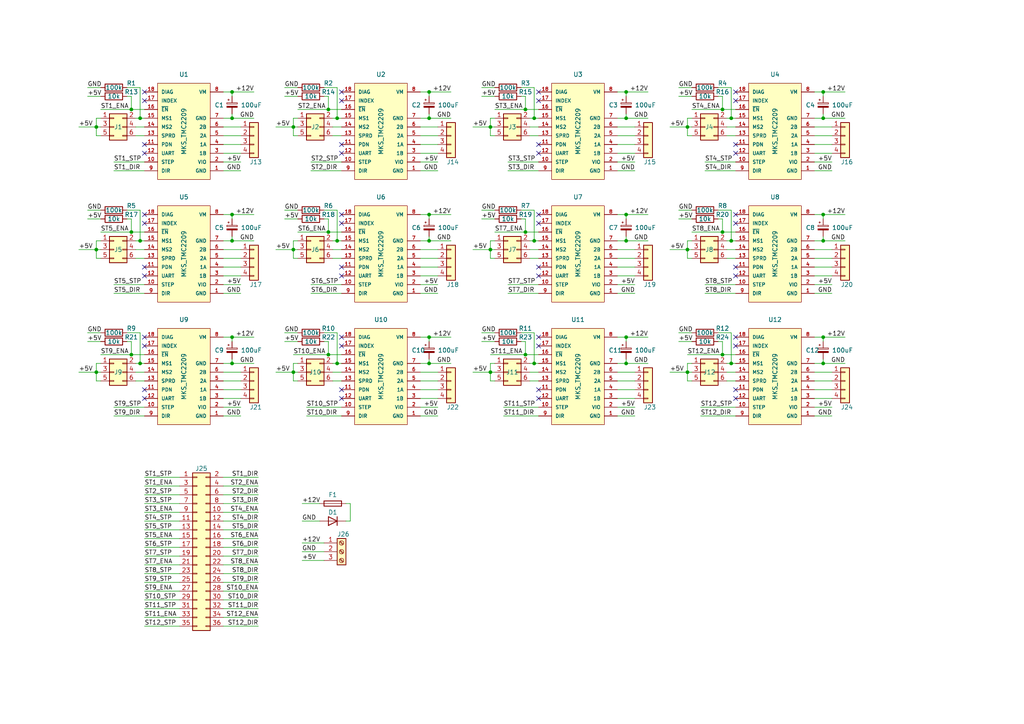
<source format=kicad_sch>
(kicad_sch (version 20231120) (generator "eeschema") (generator_version "8.0")
  (paper "A4")
  (junction (at 67.31 62.23))
  (junction (at 67.31 69.85))
  (junction (at 238.76 34.29))
  (junction (at 95.25 31.75))
  (junction (at 38.1 102.87))
  (junction (at 124.46 105.41))
  (junction (at 209.55 67.31))
  (junction (at 212.09 34.29))
  (junction (at 97.79 105.41))
  (junction (at 142.24 107.95))
  (junction (at 67.31 105.41))
  (junction (at 199.39 72.39))
  (junction (at 95.25 67.31))
  (junction (at 40.64 34.29))
  (junction (at 152.4 102.87))
  (junction (at 154.94 69.85))
  (junction (at 212.09 105.41))
  (junction (at 124.46 26.67))
  (junction (at 199.39 107.95))
  (junction (at 67.31 26.67))
  (junction (at 238.76 105.41))
  (junction (at 212.09 69.85))
  (junction (at 40.64 105.41))
  (junction (at 124.46 34.29))
  (junction (at 95.25 102.87))
  (junction (at 199.39 36.83))
  (junction (at 38.1 67.31))
  (junction (at 209.55 102.87))
  (junction (at 142.24 36.83))
  (junction (at 27.94 72.39))
  (junction (at 85.09 72.39))
  (junction (at 181.61 69.85))
  (junction (at 238.76 62.23))
  (junction (at 67.31 97.79))
  (junction (at 154.94 34.29))
  (junction (at 181.61 105.41))
  (junction (at 38.1 31.75))
  (junction (at 124.46 62.23))
  (junction (at 181.61 97.79))
  (junction (at 124.46 69.85))
  (junction (at 124.46 97.79))
  (junction (at 97.79 34.29))
  (junction (at 238.76 69.85))
  (junction (at 181.61 34.29))
  (junction (at 85.09 107.95))
  (junction (at 238.76 26.67))
  (junction (at 40.64 69.85))
  (junction (at 85.09 36.83))
  (junction (at 181.61 62.23))
  (junction (at 97.79 69.85))
  (junction (at 209.55 31.75))
  (junction (at 238.76 97.79))
  (junction (at 152.4 31.75))
  (junction (at 181.61 26.67))
  (junction (at 152.4 67.31))
  (junction (at 27.94 107.95))
  (junction (at 27.94 36.83))
  (junction (at 154.94 105.41))
  (junction (at 67.31 34.29))
  (junction (at 142.24 72.39))
  (no_connect (at 41.91 100.33))
  (no_connect (at 99.06 115.57))
  (no_connect (at 41.91 26.67))
  (no_connect (at 41.91 41.91))
  (no_connect (at 41.91 62.23))
  (no_connect (at 99.06 113.03))
  (no_connect (at 99.06 100.33))
  (no_connect (at 99.06 64.77))
  (no_connect (at 156.21 100.33))
  (no_connect (at 156.21 113.03))
  (no_connect (at 213.36 41.91))
  (no_connect (at 213.36 100.33))
  (no_connect (at 99.06 26.67))
  (no_connect (at 41.91 115.57))
  (no_connect (at 99.06 62.23))
  (no_connect (at 213.36 44.45))
  (no_connect (at 213.36 77.47))
  (no_connect (at 213.36 80.01))
  (no_connect (at 99.06 77.47))
  (no_connect (at 156.21 64.77))
  (no_connect (at 156.21 26.67))
  (no_connect (at 99.06 41.91))
  (no_connect (at 41.91 77.47))
  (no_connect (at 156.21 41.91))
  (no_connect (at 213.36 97.79))
  (no_connect (at 156.21 80.01))
  (no_connect (at 213.36 64.77))
  (no_connect (at 41.91 44.45))
  (no_connect (at 156.21 77.47))
  (no_connect (at 213.36 115.57))
  (no_connect (at 213.36 62.23))
  (no_connect (at 156.21 44.45))
  (no_connect (at 41.91 97.79))
  (no_connect (at 213.36 26.67))
  (no_connect (at 41.91 64.77))
  (no_connect (at 99.06 80.01))
  (no_connect (at 41.91 113.03))
  (no_connect (at 213.36 29.21))
  (no_connect (at 156.21 62.23))
  (no_connect (at 41.91 29.21))
  (no_connect (at 99.06 44.45))
  (no_connect (at 156.21 115.57))
  (no_connect (at 41.91 80.01))
  (no_connect (at 213.36 113.03))
  (no_connect (at 156.21 29.21))
  (no_connect (at 99.06 97.79))
  (no_connect (at 99.06 29.21))
  (no_connect (at 156.21 97.79))
  (wire (pts (xy 210.82 72.39) (xy 213.36 72.39)))
  (wire (pts (xy 33.02 118.11) (xy 41.91 118.11)))
  (wire (pts (xy 238.76 62.23) (xy 245.11 62.23)))
  (wire (pts (xy 179.07 69.85) (xy 181.61 69.85)))
  (wire (pts (xy 196.85 96.52) (xy 200.66 96.52)))
  (wire (pts (xy 64.77 44.45) (xy 69.85 44.45)))
  (wire (pts (xy 96.52 39.37) (xy 99.06 39.37)))
  (wire (pts (xy 85.09 105.41) (xy 85.09 107.95)))
  (wire (pts (xy 212.09 34.29) (xy 213.36 34.29)))
  (wire (pts (xy 96.52 72.39) (xy 99.06 72.39)))
  (wire (pts (xy 88.9 118.11) (xy 99.06 118.11)))
  (wire (pts (xy 41.91 168.91) (xy 52.07 168.91)))
  (wire (pts (xy 142.24 39.37) (xy 143.51 39.37)))
  (wire (pts (xy 236.22 113.03) (xy 241.3 113.03)))
  (wire (pts (xy 143.51 105.41) (xy 142.24 105.41)))
  (wire (pts (xy 137.16 72.39) (xy 142.24 72.39)))
  (wire (pts (xy 121.92 62.23) (xy 124.46 62.23)))
  (wire (pts (xy 124.46 33.02) (xy 124.46 34.29)))
  (wire (pts (xy 212.09 25.4) (xy 212.09 34.29)))
  (wire (pts (xy 142.24 34.29) (xy 142.24 36.83)))
  (wire (pts (xy 236.22 39.37) (xy 241.3 39.37)))
  (wire (pts (xy 39.37 110.49) (xy 41.91 110.49)))
  (wire (pts (xy 85.09 102.87) (xy 95.25 102.87)))
  (wire (pts (xy 154.94 69.85) (xy 156.21 69.85)))
  (wire (pts (xy 40.64 105.41) (xy 41.91 105.41)))
  (wire (pts (xy 41.91 161.29) (xy 52.07 161.29)))
  (wire (pts (xy 124.46 34.29) (xy 130.81 34.29)))
  (wire (pts (xy 236.22 36.83) (xy 241.3 36.83)))
  (wire (pts (xy 121.92 77.47) (xy 127 77.47)))
  (wire (pts (xy 25.4 63.5) (xy 29.21 63.5)))
  (wire (pts (xy 27.94 72.39) (xy 29.21 72.39)))
  (wire (pts (xy 38.1 31.75) (xy 41.91 31.75)))
  (wire (pts (xy 39.37 34.29) (xy 40.64 34.29)))
  (wire (pts (xy 85.09 36.83) (xy 86.36 36.83)))
  (wire (pts (xy 82.55 63.5) (xy 86.36 63.5)))
  (wire (pts (xy 179.07 74.93) (xy 184.15 74.93)))
  (wire (pts (xy 199.39 102.87) (xy 209.55 102.87)))
  (wire (pts (xy 121.92 120.65) (xy 127 120.65)))
  (wire (pts (xy 200.66 34.29) (xy 199.39 34.29)))
  (wire (pts (xy 95.25 63.5) (xy 95.25 67.31)))
  (wire (pts (xy 236.22 80.01) (xy 241.3 80.01)))
  (wire (pts (xy 41.91 158.75) (xy 52.07 158.75)))
  (wire (pts (xy 29.21 34.29) (xy 27.94 34.29)))
  (wire (pts (xy 179.07 105.41) (xy 181.61 105.41)))
  (wire (pts (xy 87.63 160.02) (xy 93.98 160.02)))
  (wire (pts (xy 25.4 99.06) (xy 29.21 99.06)))
  (wire (pts (xy 153.67 74.93) (xy 156.21 74.93)))
  (wire (pts (xy 142.24 74.93) (xy 143.51 74.93)))
  (wire (pts (xy 152.4 31.75) (xy 156.21 31.75)))
  (wire (pts (xy 210.82 34.29) (xy 212.09 34.29)))
  (wire (pts (xy 121.92 69.85) (xy 124.46 69.85)))
  (wire (pts (xy 64.77 140.97) (xy 74.93 140.97)))
  (wire (pts (xy 199.39 72.39) (xy 199.39 74.93)))
  (wire (pts (xy 67.31 105.41) (xy 73.66 105.41)))
  (wire (pts (xy 212.09 60.96) (xy 212.09 69.85)))
  (wire (pts (xy 181.61 34.29) (xy 187.96 34.29)))
  (wire (pts (xy 38.1 67.31) (xy 41.91 67.31)))
  (wire (pts (xy 41.91 179.07) (xy 52.07 179.07)))
  (wire (pts (xy 179.07 115.57) (xy 184.15 115.57)))
  (wire (pts (xy 97.79 25.4) (xy 97.79 34.29)))
  (wire (pts (xy 209.55 102.87) (xy 213.36 102.87)))
  (wire (pts (xy 67.31 33.02) (xy 67.31 34.29)))
  (wire (pts (xy 64.77 161.29) (xy 74.93 161.29)))
  (wire (pts (xy 90.17 49.53) (xy 99.06 49.53)))
  (wire (pts (xy 29.21 102.87) (xy 38.1 102.87)))
  (wire (pts (xy 204.47 82.55) (xy 213.36 82.55)))
  (wire (pts (xy 67.31 104.14) (xy 67.31 105.41)))
  (wire (pts (xy 124.46 63.5) (xy 124.46 62.23)))
  (wire (pts (xy 36.83 60.96) (xy 40.64 60.96)))
  (wire (pts (xy 41.91 163.83) (xy 52.07 163.83)))
  (wire (pts (xy 64.77 115.57) (xy 69.85 115.57)))
  (wire (pts (xy 67.31 27.94) (xy 67.31 26.67)))
  (wire (pts (xy 147.32 46.99) (xy 156.21 46.99)))
  (wire (pts (xy 86.36 69.85) (xy 85.09 69.85)))
  (wire (pts (xy 41.91 153.67) (xy 52.07 153.67)))
  (wire (pts (xy 64.77 110.49) (xy 69.85 110.49)))
  (wire (pts (xy 179.07 107.95) (xy 184.15 107.95)))
  (wire (pts (xy 179.07 77.47) (xy 184.15 77.47)))
  (wire (pts (xy 121.92 72.39) (xy 127 72.39)))
  (wire (pts (xy 67.31 26.67) (xy 73.66 26.67)))
  (wire (pts (xy 196.85 99.06) (xy 200.66 99.06)))
  (wire (pts (xy 93.98 63.5) (xy 95.25 63.5)))
  (wire (pts (xy 64.77 148.59) (xy 74.93 148.59)))
  (wire (pts (xy 40.64 25.4) (xy 40.64 34.29)))
  (wire (pts (xy 64.77 41.91) (xy 69.85 41.91)))
  (wire (pts (xy 22.86 36.83) (xy 27.94 36.83)))
  (wire (pts (xy 151.13 96.52) (xy 154.94 96.52)))
  (wire (pts (xy 236.22 26.67) (xy 238.76 26.67)))
  (wire (pts (xy 33.02 49.53) (xy 41.91 49.53)))
  (wire (pts (xy 236.22 72.39) (xy 241.3 72.39)))
  (wire (pts (xy 236.22 118.11) (xy 241.3 118.11)))
  (wire (pts (xy 181.61 26.67) (xy 187.96 26.67)))
  (wire (pts (xy 93.98 99.06) (xy 95.25 99.06)))
  (wire (pts (xy 139.7 60.96) (xy 143.51 60.96)))
  (wire (pts (xy 64.77 82.55) (xy 69.85 82.55)))
  (wire (pts (xy 80.01 72.39) (xy 85.09 72.39)))
  (wire (pts (xy 124.46 99.06) (xy 124.46 97.79)))
  (wire (pts (xy 121.92 46.99) (xy 127 46.99)))
  (wire (pts (xy 80.01 36.83) (xy 85.09 36.83)))
  (wire (pts (xy 200.66 31.75) (xy 209.55 31.75)))
  (wire (pts (xy 41.91 151.13) (xy 52.07 151.13)))
  (wire (pts (xy 96.52 34.29) (xy 97.79 34.29)))
  (wire (pts (xy 181.61 63.5) (xy 181.61 62.23)))
  (wire (pts (xy 87.63 162.56) (xy 93.98 162.56)))
  (wire (pts (xy 142.24 36.83) (xy 143.51 36.83)))
  (wire (pts (xy 64.77 49.53) (xy 69.85 49.53)))
  (wire (pts (xy 181.61 104.14) (xy 181.61 105.41)))
  (wire (pts (xy 194.31 72.39) (xy 199.39 72.39)))
  (wire (pts (xy 236.22 34.29) (xy 238.76 34.29)))
  (wire (pts (xy 82.55 27.94) (xy 86.36 27.94)))
  (wire (pts (xy 64.77 171.45) (xy 74.93 171.45)))
  (wire (pts (xy 121.92 82.55) (xy 127 82.55)))
  (wire (pts (xy 88.9 120.65) (xy 99.06 120.65)))
  (wire (pts (xy 64.77 176.53) (xy 74.93 176.53)))
  (wire (pts (xy 209.55 31.75) (xy 213.36 31.75)))
  (wire (pts (xy 179.07 110.49) (xy 184.15 110.49)))
  (wire (pts (xy 199.39 69.85) (xy 199.39 72.39)))
  (wire (pts (xy 139.7 27.94) (xy 143.51 27.94)))
  (wire (pts (xy 146.05 118.11) (xy 156.21 118.11)))
  (wire (pts (xy 212.09 105.41) (xy 213.36 105.41)))
  (wire (pts (xy 29.21 105.41) (xy 27.94 105.41)))
  (wire (pts (xy 85.09 107.95) (xy 85.09 110.49)))
  (wire (pts (xy 151.13 27.94) (xy 152.4 27.94)))
  (wire (pts (xy 29.21 67.31) (xy 38.1 67.31)))
  (wire (pts (xy 41.91 176.53) (xy 52.07 176.53)))
  (wire (pts (xy 97.79 69.85) (xy 99.06 69.85)))
  (wire (pts (xy 153.67 36.83) (xy 156.21 36.83)))
  (wire (pts (xy 153.67 39.37) (xy 156.21 39.37)))
  (wire (pts (xy 27.94 36.83) (xy 27.94 39.37)))
  (wire (pts (xy 64.77 36.83) (xy 69.85 36.83)))
  (wire (pts (xy 67.31 69.85) (xy 73.66 69.85)))
  (wire (pts (xy 181.61 33.02) (xy 181.61 34.29)))
  (wire (pts (xy 93.98 96.52) (xy 97.79 96.52)))
  (wire (pts (xy 179.07 36.83) (xy 184.15 36.83)))
  (wire (pts (xy 146.05 120.65) (xy 156.21 120.65)))
  (wire (pts (xy 121.92 41.91) (xy 127 41.91)))
  (wire (pts (xy 236.22 85.09) (xy 241.3 85.09)))
  (wire (pts (xy 236.22 97.79) (xy 238.76 97.79)))
  (wire (pts (xy 151.13 99.06) (xy 152.4 99.06)))
  (wire (pts (xy 238.76 33.02) (xy 238.76 34.29)))
  (wire (pts (xy 25.4 96.52) (xy 29.21 96.52)))
  (wire (pts (xy 25.4 27.94) (xy 29.21 27.94)))
  (wire (pts (xy 209.55 67.31) (xy 213.36 67.31)))
  (wire (pts (xy 82.55 99.06) (xy 86.36 99.06)))
  (wire (pts (xy 96.52 105.41) (xy 97.79 105.41)))
  (wire (pts (xy 64.77 113.03) (xy 69.85 113.03)))
  (wire (pts (xy 64.77 156.21) (xy 74.93 156.21)))
  (wire (pts (xy 142.24 105.41) (xy 142.24 107.95)))
  (wire (pts (xy 67.31 34.29) (xy 73.66 34.29)))
  (wire (pts (xy 139.7 63.5) (xy 143.51 63.5)))
  (wire (pts (xy 204.47 49.53) (xy 213.36 49.53)))
  (wire (pts (xy 67.31 99.06) (xy 67.31 97.79)))
  (wire (pts (xy 41.91 140.97) (xy 52.07 140.97)))
  (wire (pts (xy 96.52 107.95) (xy 99.06 107.95)))
  (wire (pts (xy 199.39 34.29) (xy 199.39 36.83)))
  (wire (pts (xy 210.82 69.85) (xy 212.09 69.85)))
  (wire (pts (xy 153.67 69.85) (xy 154.94 69.85)))
  (wire (pts (xy 41.91 156.21) (xy 52.07 156.21)))
  (wire (pts (xy 199.39 72.39) (xy 200.66 72.39)))
  (wire (pts (xy 64.77 80.01) (xy 69.85 80.01)))
  (wire (pts (xy 97.79 34.29) (xy 99.06 34.29)))
  (wire (pts (xy 236.22 46.99) (xy 241.3 46.99)))
  (wire (pts (xy 236.22 110.49) (xy 241.3 110.49)))
  (wire (pts (xy 124.46 104.14) (xy 124.46 105.41)))
  (wire (pts (xy 121.92 107.95) (xy 127 107.95)))
  (wire (pts (xy 124.46 26.67) (xy 130.81 26.67)))
  (wire (pts (xy 97.79 60.96) (xy 97.79 69.85)))
  (wire (pts (xy 139.7 25.4) (xy 143.51 25.4)))
  (wire (pts (xy 29.21 69.85) (xy 27.94 69.85)))
  (wire (pts (xy 64.77 97.79) (xy 67.31 97.79)))
  (wire (pts (xy 64.77 105.41) (xy 67.31 105.41)))
  (wire (pts (xy 97.79 96.52) (xy 97.79 105.41)))
  (wire (pts (xy 238.76 69.85) (xy 245.11 69.85)))
  (wire (pts (xy 82.55 96.52) (xy 86.36 96.52)))
  (wire (pts (xy 95.25 31.75) (xy 99.06 31.75)))
  (wire (pts (xy 121.92 44.45) (xy 127 44.45)))
  (wire (pts (xy 212.09 69.85) (xy 213.36 69.85)))
  (wire (pts (xy 124.46 68.58) (xy 124.46 69.85)))
  (wire (pts (xy 179.07 80.01) (xy 184.15 80.01)))
  (wire (pts (xy 27.94 105.41) (xy 27.94 107.95)))
  (wire (pts (xy 139.7 96.52) (xy 143.51 96.52)))
  (wire (pts (xy 137.16 36.83) (xy 142.24 36.83)))
  (wire (pts (xy 41.91 166.37) (xy 52.07 166.37)))
  (wire (pts (xy 39.37 107.95) (xy 41.91 107.95)))
  (wire (pts (xy 194.31 36.83) (xy 199.39 36.83)))
  (wire (pts (xy 85.09 34.29) (xy 85.09 36.83)))
  (wire (pts (xy 142.24 69.85) (xy 142.24 72.39)))
  (wire (pts (xy 27.94 74.93) (xy 29.21 74.93)))
  (wire (pts (xy 203.2 120.65) (xy 213.36 120.65)))
  (wire (pts (xy 121.92 115.57) (xy 127 115.57)))
  (wire (pts (xy 121.92 39.37) (xy 127 39.37)))
  (wire (pts (xy 33.02 46.99) (xy 41.91 46.99)))
  (wire (pts (xy 196.85 63.5) (xy 200.66 63.5)))
  (wire (pts (xy 39.37 69.85) (xy 40.64 69.85)))
  (wire (pts (xy 210.82 36.83) (xy 213.36 36.83)))
  (wire (pts (xy 142.24 107.95) (xy 143.51 107.95)))
  (wire (pts (xy 39.37 105.41) (xy 40.64 105.41)))
  (wire (pts (xy 27.94 34.29) (xy 27.94 36.83)))
  (wire (pts (xy 236.22 105.41) (xy 238.76 105.41)))
  (wire (pts (xy 64.77 72.39) (xy 69.85 72.39)))
  (wire (pts (xy 179.07 41.91) (xy 184.15 41.91)))
  (wire (pts (xy 64.77 34.29) (xy 67.31 34.29)))
  (wire (pts (xy 80.01 107.95) (xy 85.09 107.95)))
  (wire (pts (xy 208.28 60.96) (xy 212.09 60.96)))
  (wire (pts (xy 200.66 67.31) (xy 209.55 67.31)))
  (wire (pts (xy 152.4 27.94) (xy 152.4 31.75)))
  (wire (pts (xy 236.22 77.47) (xy 241.3 77.47)))
  (wire (pts (xy 27.94 72.39) (xy 27.94 74.93)))
  (wire (pts (xy 209.55 99.06) (xy 209.55 102.87)))
  (wire (pts (xy 93.98 27.94) (xy 95.25 27.94)))
  (wire (pts (xy 67.31 63.5) (xy 67.31 62.23)))
  (wire (pts (xy 82.55 60.96) (xy 86.36 60.96)))
  (wire (pts (xy 27.94 110.49) (xy 29.21 110.49)))
  (wire (pts (xy 137.16 107.95) (xy 142.24 107.95)))
  (wire (pts (xy 151.13 25.4) (xy 154.94 25.4)))
  (wire (pts (xy 121.92 85.09) (xy 127 85.09)))
  (wire (pts (xy 179.07 46.99) (xy 184.15 46.99)))
  (wire (pts (xy 208.28 99.06) (xy 209.55 99.06)))
  (wire (pts (xy 179.07 34.29) (xy 181.61 34.29)))
  (wire (pts (xy 64.77 146.05) (xy 74.93 146.05)))
  (wire (pts (xy 85.09 72.39) (xy 85.09 74.93)))
  (wire (pts (xy 85.09 110.49) (xy 86.36 110.49)))
  (wire (pts (xy 179.07 82.55) (xy 184.15 82.55)))
  (wire (pts (xy 209.55 63.5) (xy 209.55 67.31)))
  (wire (pts (xy 38.1 63.5) (xy 38.1 67.31)))
  (wire (pts (xy 40.64 60.96) (xy 40.64 69.85)))
  (wire (pts (xy 64.77 107.95) (xy 69.85 107.95)))
  (wire (pts (xy 153.67 34.29) (xy 154.94 34.29)))
  (wire (pts (xy 85.09 107.95) (xy 86.36 107.95)))
  (wire (pts (xy 200.66 69.85) (xy 199.39 69.85)))
  (wire (pts (xy 85.09 74.93) (xy 86.36 74.93)))
  (wire (pts (xy 196.85 25.4) (xy 200.66 25.4)))
  (wire (pts (xy 238.76 26.67) (xy 245.11 26.67)))
  (wire (pts (xy 64.77 166.37) (xy 74.93 166.37)))
  (wire (pts (xy 121.92 113.03) (xy 127 113.03)))
  (wire (pts (xy 238.76 105.41) (xy 245.11 105.41)))
  (wire (pts (xy 147.32 82.55) (xy 156.21 82.55)))
  (wire (pts (xy 85.09 69.85) (xy 85.09 72.39)))
  (wire (pts (xy 39.37 72.39) (xy 41.91 72.39)))
  (wire (pts (xy 153.67 110.49) (xy 156.21 110.49)))
  (wire (pts (xy 238.76 27.94) (xy 238.76 26.67)))
  (wire (pts (xy 143.51 67.31) (xy 152.4 67.31)))
  (wire (pts (xy 142.24 107.95) (xy 142.24 110.49)))
  (wire (pts (xy 210.82 39.37) (xy 213.36 39.37)))
  (wire (pts (xy 64.77 138.43) (xy 74.93 138.43)))
  (wire (pts (xy 154.94 96.52) (xy 154.94 105.41)))
  (wire (pts (xy 38.1 27.94) (xy 38.1 31.75)))
  (wire (pts (xy 39.37 74.93) (xy 41.91 74.93)))
  (wire (pts (xy 85.09 39.37) (xy 86.36 39.37)))
  (wire (pts (xy 39.37 36.83) (xy 41.91 36.83)))
  (wire (pts (xy 22.86 107.95) (xy 27.94 107.95)))
  (wire (pts (xy 100.33 151.13) (xy 101.6 151.13)))
  (wire (pts (xy 179.07 97.79) (xy 181.61 97.79)))
  (wire (pts (xy 27.94 107.95) (xy 29.21 107.95)))
  (wire (pts (xy 121.92 118.11) (xy 127 118.11)))
  (wire (pts (xy 95.25 102.87) (xy 99.06 102.87)))
  (wire (pts (xy 153.67 107.95) (xy 156.21 107.95)))
  (wire (pts (xy 143.51 31.75) (xy 152.4 31.75)))
  (wire (pts (xy 142.24 102.87) (xy 152.4 102.87)))
  (wire (pts (xy 67.31 68.58) (xy 67.31 69.85)))
  (wire (pts (xy 97.79 105.41) (xy 99.06 105.41)))
  (wire (pts (xy 204.47 46.99) (xy 213.36 46.99)))
  (wire (pts (xy 87.63 157.48) (xy 93.98 157.48)))
  (wire (pts (xy 121.92 36.83) (xy 127 36.83)))
  (wire (pts (xy 95.25 27.94) (xy 95.25 31.75)))
  (wire (pts (xy 29.21 31.75) (xy 38.1 31.75)))
  (wire (pts (xy 95.25 67.31) (xy 99.06 67.31)))
  (wire (pts (xy 64.77 179.07) (xy 74.93 179.07)))
  (wire (pts (xy 236.22 107.95) (xy 241.3 107.95)))
  (wire (pts (xy 179.07 113.03) (xy 184.15 113.03)))
  (wire (pts (xy 121.92 97.79) (xy 124.46 97.79)))
  (wire (pts (xy 181.61 69.85) (xy 187.96 69.85)))
  (wire (pts (xy 64.77 118.11) (xy 69.85 118.11)))
  (wire (pts (xy 212.09 96.52) (xy 212.09 105.41)))
  (wire (pts (xy 236.22 74.93) (xy 241.3 74.93)))
  (wire (pts (xy 41.91 173.99) (xy 52.07 173.99)))
  (wire (pts (xy 236.22 41.91) (xy 241.3 41.91)))
  (wire (pts (xy 143.51 69.85) (xy 142.24 69.85)))
  (wire (pts (xy 64.77 158.75) (xy 74.93 158.75)))
  (wire (pts (xy 67.31 62.23) (xy 73.66 62.23)))
  (wire (pts (xy 41.91 181.61) (xy 52.07 181.61)))
  (wire (pts (xy 36.83 99.06) (xy 38.1 99.06)))
  (wire (pts (xy 41.91 146.05) (xy 52.07 146.05)))
  (wire (pts (xy 208.28 63.5) (xy 209.55 63.5)))
  (wire (pts (xy 199.39 105.41) (xy 199.39 107.95)))
  (wire (pts (xy 199.39 39.37) (xy 200.66 39.37)))
  (wire (pts (xy 38.1 99.06) (xy 38.1 102.87)))
  (wire (pts (xy 209.55 27.94) (xy 209.55 31.75)))
  (wire (pts (xy 238.76 97.79) (xy 245.11 97.79)))
  (wire (pts (xy 36.83 25.4) (xy 40.64 25.4)))
  (wire (pts (xy 38.1 102.87) (xy 41.91 102.87)))
  (wire (pts (xy 27.94 107.95) (xy 27.94 110.49)))
  (wire (pts (xy 96.52 74.93) (xy 99.06 74.93)))
  (wire (pts (xy 33.02 120.65) (xy 41.91 120.65)))
  (wire (pts (xy 121.92 80.01) (xy 127 80.01)))
  (wire (pts (xy 199.39 74.93) (xy 200.66 74.93)))
  (wire (pts (xy 64.77 153.67) (xy 74.93 153.67)))
  (wire (pts (xy 208.28 96.52) (xy 212.09 96.52)))
  (wire (pts (xy 64.77 46.99) (xy 69.85 46.99)))
  (wire (pts (xy 124.46 27.94) (xy 124.46 26.67)))
  (wire (pts (xy 41.91 171.45) (xy 52.07 171.45)))
  (wire (pts (xy 64.77 173.99) (xy 74.93 173.99)))
  (wire (pts (xy 40.64 69.85) (xy 41.91 69.85)))
  (wire (pts (xy 27.94 69.85) (xy 27.94 72.39)))
  (wire (pts (xy 179.07 39.37) (xy 184.15 39.37)))
  (wire (pts (xy 238.76 104.14) (xy 238.76 105.41)))
  (wire (pts (xy 86.36 34.29) (xy 85.09 34.29)))
  (wire (pts (xy 236.22 69.85) (xy 238.76 69.85)))
  (wire (pts (xy 179.07 44.45) (xy 184.15 44.45)))
  (wire (pts (xy 181.61 27.94) (xy 181.61 26.67)))
  (wire (pts (xy 181.61 105.41) (xy 187.96 105.41)))
  (wire (pts (xy 85.09 36.83) (xy 85.09 39.37)))
  (wire (pts (xy 181.61 62.23) (xy 187.96 62.23)))
  (wire (pts (xy 179.07 72.39) (xy 184.15 72.39)))
  (wire (pts (xy 64.77 163.83) (xy 74.93 163.83)))
  (wire (pts (xy 121.92 110.49) (xy 127 110.49)))
  (wire (pts (xy 124.46 69.85) (xy 130.81 69.85)))
  (wire (pts (xy 39.37 39.37) (xy 41.91 39.37)))
  (wire (pts (xy 179.07 62.23) (xy 181.61 62.23)))
  (wire (pts (xy 154.94 25.4) (xy 154.94 34.29)))
  (wire (pts (xy 208.28 27.94) (xy 209.55 27.94)))
  (wire (pts (xy 27.94 36.83) (xy 29.21 36.83)))
  (wire (pts (xy 36.83 63.5) (xy 38.1 63.5)))
  (wire (pts (xy 90.17 82.55) (xy 99.06 82.55)))
  (wire (pts (xy 199.39 107.95) (xy 200.66 107.95)))
  (wire (pts (xy 154.94 60.96) (xy 154.94 69.85)))
  (wire (pts (xy 236.22 120.65) (xy 241.3 120.65)))
  (wire (pts (xy 124.46 97.79) (xy 130.81 97.79)))
  (wire (pts (xy 142.24 36.83) (xy 142.24 39.37)))
  (wire (pts (xy 41.91 143.51) (xy 52.07 143.51)))
  (wire (pts (xy 181.61 99.06) (xy 181.61 97.79)))
  (wire (pts (xy 210.82 110.49) (xy 213.36 110.49)))
  (wire (pts (xy 147.32 49.53) (xy 156.21 49.53)))
  (wire (pts (xy 199.39 36.83) (xy 199.39 39.37)))
  (wire (pts (xy 152.4 63.5) (xy 152.4 67.31)))
  (wire (pts (xy 86.36 105.41) (xy 85.09 105.41)))
  (wire (pts (xy 208.28 25.4) (xy 212.09 25.4)))
  (wire (pts (xy 64.77 62.23) (xy 67.31 62.23)))
  (wire (pts (xy 179.07 49.53) (xy 184.15 49.53)))
  (wire (pts (xy 96.52 69.85) (xy 97.79 69.85)))
  (wire (pts (xy 151.13 60.96) (xy 154.94 60.96)))
  (wire (pts (xy 36.83 96.52) (xy 40.64 96.52)))
  (wire (pts (xy 96.52 110.49) (xy 99.06 110.49)))
  (wire (pts (xy 64.77 39.37) (xy 69.85 39.37)))
  (wire (pts (xy 41.91 138.43) (xy 52.07 138.43)))
  (wire (pts (xy 121.92 34.29) (xy 124.46 34.29)))
  (wire (pts (xy 236.22 62.23) (xy 238.76 62.23)))
  (wire (pts (xy 121.92 26.67) (xy 124.46 26.67)))
  (wire (pts (xy 64.77 151.13) (xy 74.93 151.13)))
  (wire (pts (xy 196.85 27.94) (xy 200.66 27.94)))
  (wire (pts (xy 154.94 34.29) (xy 156.21 34.29)))
  (wire (pts (xy 85.09 72.39) (xy 86.36 72.39)))
  (wire (pts (xy 179.07 26.67) (xy 181.61 26.67)))
  (wire (pts (xy 86.36 31.75) (xy 95.25 31.75)))
  (wire (pts (xy 95.25 99.06) (xy 95.25 102.87)))
  (wire (pts (xy 238.76 34.29) (xy 245.11 34.29)))
  (wire (pts (xy 101.6 151.13) (xy 101.6 146.05)))
  (wire (pts (xy 142.24 72.39) (xy 142.24 74.93)))
  (wire (pts (xy 199.39 107.95) (xy 199.39 110.49)))
  (wire (pts (xy 25.4 25.4) (xy 29.21 25.4)))
  (wire (pts (xy 67.31 97.79) (xy 73.66 97.79)))
  (wire (pts (xy 124.46 62.23) (xy 130.81 62.23)))
  (wire (pts (xy 181.61 68.58) (xy 181.61 69.85)))
  (wire (pts (xy 196.85 60.96) (xy 200.66 60.96)))
  (wire (pts (xy 41.91 148.59) (xy 52.07 148.59)))
  (wire (pts (xy 82.55 25.4) (xy 86.36 25.4)))
  (wire (pts (xy 87.63 151.13) (xy 92.71 151.13)))
  (wire (pts (xy 64.77 168.91) (xy 74.93 168.91)))
  (wire (pts (xy 40.64 96.52) (xy 40.64 105.41)))
  (wire (pts (xy 236.22 49.53) (xy 241.3 49.53)))
  (wire (pts (xy 210.82 107.95) (xy 213.36 107.95)))
  (wire (pts (xy 22.86 72.39) (xy 27.94 72.39)))
  (wire (pts (xy 33.02 85.09) (xy 41.91 85.09)))
  (wire (pts (xy 124.46 105.41) (xy 130.81 105.41)))
  (wire (pts (xy 121.92 49.53) (xy 127 49.53)))
  (wire (pts (xy 90.17 46.99) (xy 99.06 46.99)))
  (wire (pts (xy 200.66 105.41) (xy 199.39 105.41)))
  (wire (pts (xy 238.76 63.5) (xy 238.76 62.23)))
  (wire (pts (xy 87.63 146.05) (xy 92.71 146.05)))
  (wire (pts (xy 210.82 74.93) (xy 213.36 74.93)))
  (wire (pts (xy 36.83 27.94) (xy 38.1 27.94)))
  (wire (pts (xy 199.39 36.83) (xy 200.66 36.83)))
  (wire (pts (xy 100.33 146.05) (xy 101.6 146.05)))
  (wire (pts (xy 64.77 69.85) (xy 67.31 69.85)))
  (wire (pts (xy 142.24 72.39) (xy 143.51 72.39)))
  (wire (pts (xy 121.92 74.93) (xy 127 74.93)))
  (wire (pts (xy 210.82 105.41) (xy 212.09 105.41)))
  (wire (pts (xy 236.22 115.57) (xy 241.3 115.57)))
  (wire (pts (xy 153.67 72.39) (xy 156.21 72.39)))
  (wire (pts (xy 238.76 99.06) (xy 238.76 97.79)))
  (wire (pts (xy 238.76 68.58) (xy 238.76 69.85)))
  (wire (pts (xy 64.77 26.67) (xy 67.31 26.67)))
  (wire (pts (xy 33.02 82.55) (xy 41.91 82.55)))
  (wire (pts (xy 90.17 85.09) (xy 99.06 85.09)))
  (wire (pts (xy 203.2 118.11) (xy 213.36 118.11)))
  (wire (pts (xy 93.98 60.96) (xy 97.79 60.96)))
  (wire (pts (xy 64.77 77.47) (xy 69.85 77.47)))
  (wire (pts (xy 151.13 63.5) (xy 152.4 63.5)))
  (wire (pts (xy 194.31 107.95) (xy 199.39 107.95)))
  (wire (pts (xy 40.64 34.29) (xy 41.91 34.29)))
  (wire (pts (xy 147.32 85.09) (xy 156.21 85.09)))
  (wire (pts (xy 96.52 36.83) (xy 99.06 36.83)))
  (wire (pts (xy 179.07 118.11) (xy 184.15 118.11)))
  (wire (pts (xy 236.22 82.55) (xy 241.3 82.55)))
  (wire (pts (xy 199.39 110.49) (xy 200.66 110.49)))
  (wire (pts (xy 142.24 110.49) (xy 143.51 110.49)))
  (wire (pts (xy 236.22 44.45) (xy 241.3 44.45)))
  (wire (pts (xy 204.47 85.09) (xy 213.36 85.09)))
  (wire (pts (xy 181.61 97.79) (xy 187.96 97.79)))
  (wire (pts (xy 139.7 99.06) (xy 143.51 99.06)))
  (wire (pts (xy 64.77 143.51) (xy 74.93 143.51)))
  (wire (pts (xy 152.4 99.06) (xy 152.4 102.87)))
  (wire (pts (xy 154.94 105.41) (xy 156.21 105.41)))
  (wire (pts (xy 64.77 120.65) (xy 69.85 120.65)))
  (wire (pts (xy 64.77 74.93) (xy 69.85 74.93)))
  (wire (pts (xy 64.77 181.61) (xy 74.93 181.61)))
  (wire (pts (xy 179.07 120.65) (xy 184.15 120.65)))
  (wire (pts (xy 25.4 60.96) (xy 29.21 60.96)))
  (wire (pts (xy 93.98 25.4) (xy 97.79 25.4)))
  (wire (pts (xy 64.77 85.09) (xy 69.85 85.09)))
  (wire (pts (xy 27.94 39.37) (xy 29.21 39.37)))
  (wire (pts (xy 152.4 102.87) (xy 156.21 102.87)))
  (wire (pts (xy 179.07 85.09) (xy 184.15 85.09)))
  (wire (pts (xy 121.92 105.41) (xy 124.46 105.41)))
  (wire (pts (xy 86.36 67.31) (xy 95.25 67.31)))
  (wire (pts (xy 152.4 67.31) (xy 156.21 67.31)))
  (wire (pts (xy 143.51 34.29) (xy 142.24 34.29)))
  (wire (pts (xy 153.67 105.41) (xy 154.94 105.41)))
  (label "+5V" (at 22.86 72.39 0) (property "Netclass" "Power" (effects (hide yes))))
  (label "ST2_DIR" (at 90.17 49.53 0))
  (label "ST2_ENA" (at 86.36 31.75 0))
  (label "ST12_DIR" (at 74.93 181.61 180))
  (label "ST7_STP" (at 41.91 161.29 0))
  (label "ST6_STP" (at 41.91 158.75 0))
  (label "ST1_ENA" (at 29.21 31.75 0))
  (label "ST12_STP" (at 41.91 181.61 0))
  (label "ST5_STP" (at 41.91 153.67 0))
  (label "+5V" (at 25.4 27.94 0) (property "Netclass" "Power" (effects (hide yes))))
  (label "GND" (at 187.96 105.41 180))
  (label "+12V" (at 245.11 26.67 180))
  (label "ST7_ENA" (at 41.91 163.83 0))
  (label "+5V" (at 196.85 63.5 0) (property "Netclass" "Power" (effects (hide yes))))
  (label "+12V" (at 130.81 97.79 180))
  (label "ST2_STP" (at 90.17 46.99 0))
  (label "+12V" (at 87.63 157.48 0))
  (label "GND" (at 82.55 96.52 0) (property "Netclass" "Power" (effects (hide yes))))
  (label "ST9_ENA" (at 29.21 102.87 0))
  (label "GND" (at 196.85 25.4 0) (property "Netclass" "Power" (effects (hide yes))))
  (label "GND" (at 25.4 25.4 0) (property "Netclass" "Power" (effects (hide yes))))
  (label "ST3_DIR" (at 74.93 146.05 180))
  (label "+5V" (at 25.4 63.5 0) (property "Netclass" "Power" (effects (hide yes))))
  (label "+5V" (at 127 118.11 180))
  (label "ST11_ENA" (at 142.24 102.87 0))
  (label "ST5_STP" (at 33.02 82.55 0))
  (label "+12V" (at 73.66 62.23 180))
  (label "ST10_ENA" (at 85.09 102.87 0))
  (label "+5V" (at 127 82.55 180))
  (label "ST3_STP" (at 41.91 146.05 0))
  (label "GND" (at 241.3 120.65 180))
  (label "GND" (at 245.11 105.41 180))
  (label "ST10_STP" (at 88.9 118.11 0))
  (label "GND" (at 241.3 85.09 180))
  (label "+5V" (at 184.15 46.99 180))
  (label "GND" (at 196.85 60.96 0) (property "Netclass" "Power" (effects (hide yes))))
  (label "ST6_STP" (at 90.17 82.55 0))
  (label "ST4_STP" (at 41.91 151.13 0))
  (label "+5V" (at 241.3 82.55 180))
  (label "GND" (at 130.81 105.41 180))
  (label "+5V" (at 127 46.99 180))
  (label "ST12_STP" (at 203.2 118.11 0))
  (label "ST11_DIR" (at 146.05 120.65 0))
  (label "GND" (at 245.11 34.29 180))
  (label "GND" (at 73.66 105.41 180))
  (label "ST1_DIR" (at 33.02 49.53 0))
  (label "+5V" (at 194.31 36.83 0) (property "Netclass" "Power" (effects (hide yes))))
  (label "ST10_DIR" (at 88.9 120.65 0))
  (label "GND" (at 139.7 60.96 0) (property "Netclass" "Power" (effects (hide yes))))
  (label "+5V" (at 22.86 36.83 0) (property "Netclass" "Power" (effects (hide yes))))
  (label "ST4_ENA" (at 200.66 31.75 0))
  (label "ST7_DIR" (at 147.32 85.09 0))
  (label "ST9_STP" (at 41.91 168.91 0))
  (label "+12V" (at 245.11 97.79 180))
  (label "ST6_DIR" (at 90.17 85.09 0))
  (label "+5V" (at 194.31 72.39 0) (property "Netclass" "Power" (effects (hide yes))))
  (label "GND" (at 245.11 69.85 180))
  (label "GND" (at 69.85 49.53 180))
  (label "ST9_DIR" (at 74.93 168.91 180))
  (label "ST8_STP" (at 204.47 82.55 0))
  (label "GND" (at 127 49.53 180))
  (label "ST3_STP" (at 147.32 46.99 0))
  (label "ST8_DIR" (at 204.47 85.09 0))
  (label "ST4_STP" (at 204.47 46.99 0))
  (label "+5V" (at 184.15 82.55 180))
  (label "+5V" (at 196.85 27.94 0) (property "Netclass" "Power" (effects (hide yes))))
  (label "GND" (at 25.4 60.96 0) (property "Netclass" "Power" (effects (hide yes))))
  (label "+5V" (at 194.31 107.95 0) (property "Netclass" "Power" (effects (hide yes))))
  (label "+5V" (at 22.86 107.95 0) (property "Netclass" "Power" (effects (hide yes))))
  (label "GND" (at 73.66 34.29 180))
  (label "+5V" (at 137.16 72.39 0) (property "Netclass" "Power" (effects (hide yes))))
  (label "ST9_DIR" (at 33.02 120.65 0))
  (label "+12V" (at 130.81 62.23 180))
  (label "+5V" (at 87.63 162.56 0))
  (label "+5V" (at 137.16 36.83 0) (property "Netclass" "Power" (effects (hide yes))))
  (label "ST2_ENA" (at 74.93 140.97 180))
  (label "+5V" (at 69.85 46.99 180))
  (label "ST8_ENA" (at 74.93 163.83 180))
  (label "GND" (at 184.15 120.65 180))
  (label "ST8_DIR" (at 74.93 166.37 180))
  (label "ST1_ENA" (at 41.91 140.97 0))
  (label "ST11_DIR" (at 74.93 176.53 180))
  (label "+5V" (at 69.85 82.55 180))
  (label "GND" (at 127 85.09 180))
  (label "ST7_STP" (at 147.32 82.55 0))
  (label "ST3_ENA" (at 41.91 148.59 0))
  (label "+12V" (at 73.66 26.67 180))
  (label "ST4_DIR" (at 204.47 49.53 0))
  (label "+5V" (at 80.01 72.39 0) (property "Netclass" "Power" (effects (hide yes))))
  (label "+5V" (at 69.85 118.11 180))
  (label "GND" (at 73.66 69.85 180))
  (label "ST2_STP" (at 41.91 143.51 0))
  (label "GND" (at 87.63 160.02 0))
  (label "+5V" (at 80.01 36.83 0) (property "Netclass" "Power" (effects (hide yes))))
  (label "+5V" (at 80.01 107.95 0) (property "Netclass" "Power" (effects (hide yes))))
  (label "+5V" (at 82.55 99.06 0) (property "Netclass" "Power" (effects (hide yes))))
  (label "ST5_ENA" (at 29.21 67.31 0))
  (label "GND" (at 187.96 69.85 180))
  (label "GND" (at 87.63 151.13 0))
  (label "GND" (at 184.15 49.53 180))
  (label "+5V" (at 184.15 118.11 180))
  (label "ST7_DIR" (at 74.93 161.29 180))
  (label "+12V" (at 187.96 97.79 180))
  (label "+12V" (at 130.81 26.67 180))
  (label "ST6_DIR" (at 74.93 158.75 180))
  (label "ST2_DIR" (at 74.93 143.51 180))
  (label "+5V" (at 137.16 107.95 0) (property "Netclass" "Power" (effects (hide yes))))
  (label "ST5_ENA" (at 41.91 156.21 0))
  (label "ST11_STP" (at 41.91 176.53 0))
  (label "+5V" (at 139.7 63.5 0) (property "Netclass" "Power" (effects (hide yes))))
  (label "ST1_STP" (at 41.91 138.43 0))
  (label "ST12_DIR" (at 203.2 120.65 0))
  (label "ST8_ENA" (at 200.66 67.31 0))
  (label "ST4_DIR" (at 74.93 151.13 180))
  (label "ST4_ENA" (at 74.93 148.59 180))
  (label "+5V" (at 25.4 99.06 0) (property "Netclass" "Power" (effects (hide yes))))
  (label "+5V" (at 82.55 63.5 0) (property "Netclass" "Power" (effects (hide yes))))
  (label "+5V" (at 241.3 118.11 180))
  (label "+12V" (at 187.96 62.23 180))
  (label "+12V" (at 87.63 146.05 0))
  (label "+12V" (at 73.66 97.79 180))
  (label "GND" (at 139.7 25.4 0) (property "Netclass" "Power" (effects (hide yes))))
  (label "ST11_ENA" (at 41.91 179.07 0))
  (label "ST10_STP" (at 41.91 173.99 0))
  (label "ST6_ENA" (at 86.36 67.31 0))
  (label "ST12_ENA" (at 74.93 179.07 180))
  (label "+5V" (at 82.55 27.94 0) (property "Netclass" "Power" (effects (hide yes))))
  (label "GND" (at 82.55 60.96 0) (property "Netclass" "Power" (effects (hide yes))))
  (label "GND" (at 139.7 96.52 0) (property "Netclass" "Power" (effects (hide yes))))
  (label "ST1_DIR" (at 74.93 138.43 180))
  (label "ST9_STP" (at 33.02 118.11 0))
  (label "GND" (at 241.3 49.53 180))
  (label "+5V" (at 241.3 46.99 180))
  (label "ST5_DIR" (at 33.02 85.09 0))
  (label "GND" (at 184.15 85.09 180))
  (label "ST6_ENA" (at 74.93 156.21 180))
  (label "ST7_ENA" (at 143.51 67.31 0))
  (label "GND" (at 82.55 25.4 0) (property "Netclass" "Power" (effects (hide yes))))
  (label "GND" (at 196.85 96.52 0) (property "Netclass" "Power" (effects (hide yes))))
  (label "+12V" (at 187.96 26.67 180))
  (label "+5V" (at 139.7 27.94 0) (property "Netclass" "Power" (effects (hide yes))))
  (label "GND" (at 130.81 34.29 180))
  (label "GND" (at 187.96 34.29 180))
  (label "ST3_ENA" (at 143.51 31.75 0))
  (label "ST3_DIR" (at 147.32 49.53 0))
  (label "ST10_ENA" (at 74.93 171.45 180))
  (label "ST9_ENA" (at 41.91 171.45 0))
  (label "+5V" (at 139.7 99.06 0) (property "Netclass" "Power" (effects (hide yes))))
  (label "ST10_DIR" (at 74.93 173.99 180))
  (label "GND" (at 25.4 96.52 0) (property "Netclass" "Power" (effects (hide yes))))
  (label "+5V" (at 196.85 99.06 0) (property "Netclass" "Power" (effects (hide yes))))
  (label "ST8_STP" (at 41.91 166.37 0))
  (label "ST11_STP" (at 146.05 118.11 0))
  (label "+12V" (at 245.11 62.23 180))
  (label "GND" (at 69.85 120.65 180))
  (label "GND" (at 130.81 69.85 180))
  (label "ST5_DIR" (at 74.93 153.67 180))
  (label "GND" (at 69.85 85.09 180))
  (label "ST12_ENA" (at 199.39 102.87 0))
  (label "GND" (at 127 120.65 180))
  (label "ST1_STP" (at 33.02 46.99 0))
  (symbol (lib_id "Connector_Generic:Conn_02x03_Odd_Even") (at 147.32 107.95 0) (unit 1)
    (property "Reference" "J11" (at 148.59 107.95 0))
    (property "Value" "Conn_02x03_Odd_Even" (effects (hide yes)))
    (property "Footprint" "Connector_PinHeader_2.54mm:PinHeader_2x03_P2.54mm_Vertical" (effects (hide yes)))
    (property "Description" "Generic connector, double row, 02x03, odd/even pin numbering scheme (row 1 odd numbers, row 2 even numbers), script generated (kicad-library-utils/schlib/autogen/connector/)" (effects (hide yes)))
  )
  (symbol (lib_id "Connector_Generic:Conn_02x03_Odd_Even") (at 204.47 72.39 0) (unit 1)
    (property "Reference" "J8" (at 205.74 72.39 0))
    (property "Value" "Conn_02x03_Odd_Even" (effects (hide yes)))
    (property "Footprint" "Connector_PinHeader_2.54mm:PinHeader_2x03_P2.54mm_Vertical" (effects (hide yes)))
    (property "Description" "Generic connector, double row, 02x03, odd/even pin numbering scheme (row 1 odd numbers, row 2 even numbers), script generated (kicad-library-utils/schlib/autogen/connector/)" (effects (hide yes)))
  )
  (symbol (lib_id "Connector_Generic:Conn_01x04") (at 130.81 39.37 0) (unit 1)
    (property "Reference" "J14" (at 129.54 46.99 0) (effects (justify left)))
    (property "Value" "Conn_01x04" (effects (hide yes)))
    (property "Footprint" "Connector_PinHeader_2.54mm:PinHeader_1x04_P2.54mm_Vertical" (effects (hide yes)))
    (property "Description" "Generic connector, single row, 01x04, script generated (kicad-library-utils/schlib/autogen/connector/)" (effects (hide yes)))
  )
  (symbol (lib_id "Device:D") (at 96.52 151.13 180) (unit 1)
    (property "Reference" "D1" (at 96.52 148.59 0))
    (property "Value" "D" (effects (hide yes)))
    (property "Footprint" "Diode_THT:D_DO-35_SOD27_P7.62mm_Horizontal" (effects (hide yes)))
    (property "Description" "Diode" (effects (hide yes)))
    (property "Sim.Device" "D" (effects (hide yes)))
    (property "Sim.Pins" "1=K 2=A" (effects (hide yes)))
  )
  (symbol (lib_id "Device:C_Polarized_Small") (at 124.46 30.48 0) (unit 1)
    (property "Reference" "C2" (at 119.38 30.48 0) (effects (justify left)))
    (property "Value" "100uF" (at 127 30.48 0) (effects (justify left)))
    (property "Footprint" "Capacitors_THT:CP_Radial_D8.0mm_P3.50mm_H12.0mm_Horizontal" (effects (hide yes)))
    (property "Description" "Polarized capacitor, small symbol" (effects (hide yes)))
  )
  (symbol (lib_id "Connector_Generic:Conn_01x04") (at 73.66 110.49 0) (unit 1)
    (property "Reference" "J21" (at 72.39 118.11 0) (effects (justify left)))
    (property "Value" "Conn_01x04" (effects (hide yes)))
    (property "Footprint" "Connector_PinHeader_2.54mm:PinHeader_1x04_P2.54mm_Vertical" (effects (hide yes)))
    (property "Description" "Generic connector, single row, 01x04, script generated (kicad-library-utils/schlib/autogen/connector/)" (effects (hide yes)))
  )
  (symbol (lib_id "Device:C_Polarized_Small") (at 238.76 101.6 0) (unit 1)
    (property "Reference" "C12" (at 233.68 101.6 0) (effects (justify left)))
    (property "Value" "100uF" (at 241.3 101.6 0) (effects (justify left)))
    (property "Footprint" "Capacitors_THT:CP_Radial_D8.0mm_P3.50mm_H12.0mm_Horizontal" (effects (hide yes)))
    (property "Description" "Polarized capacitor, small symbol" (effects (hide yes)))
  )
  (symbol (lib_id "Device:C_Polarized_Small") (at 181.61 30.48 0) (unit 1)
    (property "Reference" "C3" (at 176.53 30.48 0) (effects (justify left)))
    (property "Value" "100uF" (at 184.15 30.48 0) (effects (justify left)))
    (property "Footprint" "Capacitors_THT:CP_Radial_D8.0mm_P3.50mm_H12.0mm_Horizontal" (effects (hide yes)))
    (property "Description" "Polarized capacitor, small symbol" (effects (hide yes)))
  )
  (symbol (lib_id "Connector_Generic:Conn_02x03_Odd_Even") (at 33.02 72.39 0) (unit 1)
    (property "Reference" "J5" (at 34.29 72.39 0))
    (property "Value" "Conn_02x03_Odd_Even" (effects (hide yes)))
    (property "Footprint" "Connector_PinHeader_2.54mm:PinHeader_2x03_P2.54mm_Vertical" (effects (hide yes)))
    (property "Description" "Generic connector, double row, 02x03, odd/even pin numbering scheme (row 1 odd numbers, row 2 even numbers), script generated (kicad-library-utils/schlib/autogen/connector/)" (effects (hide yes)))
  )
  (symbol (lib_id "Connector_Generic:Conn_02x03_Odd_Even") (at 33.02 107.95 0) (unit 1)
    (property "Reference" "J9" (at 34.29 107.95 0))
    (property "Value" "Conn_02x03_Odd_Even" (effects (hide yes)))
    (property "Footprint" "Connector_PinHeader_2.54mm:PinHeader_2x03_P2.54mm_Vertical" (effects (hide yes)))
    (property "Description" "Generic connector, double row, 02x03, odd/even pin numbering scheme (row 1 odd numbers, row 2 even numbers), script generated (kicad-library-utils/schlib/autogen/connector/)" (effects (hide yes)))
  )
  (symbol (lib_id "Device:R") (at 147.32 63.5 90) (unit 1)
    (property "Reference" "R19" (at 152.4 62.23 90))
    (property "Value" "10k" (at 147.32 63.5 90))
    (property "Footprint" "Resistor_THT:R_Axial_DIN0207_L6.3mm_D2.5mm_P7.62mm_Horizontal" (effects (hide yes)))
    (property "Description" "Resistor" (effects (hide yes)))
  )
  (symbol (lib_id "Connector_Generic:Conn_01x04") (at 187.96 74.93 0) (unit 1)
    (property "Reference" "J19" (at 186.69 82.55 0) (effects (justify left)))
    (property "Value" "Conn_01x04" (effects (hide yes)))
    (property "Footprint" "Connector_PinHeader_2.54mm:PinHeader_1x04_P2.54mm_Vertical" (effects (hide yes)))
    (property "Description" "Generic connector, single row, 01x04, script generated (kicad-library-utils/schlib/autogen/connector/)" (effects (hide yes)))
  )
  (symbol (lib_id "Motor_Driver:TMC2209_Stepper_Driver") (at 167.64 73.66 0) (unit 1)
    (property "Reference" "U7" (at 167.64 57.15 0))
    (property "Value" "MKS_TMC2209" (at 167.64 73.66 90))
    (property "Footprint" "Motor_Driver:MKS_TMC2209" (effects (hide yes)))
    (property "SnapEDA" "https://www.snapeda.com/parts/TMC2209%20SILENTSTEPSTICK/Trinamic+Motion+Control+GmbH/view-part/?ref=snap" (effects (hide yes)))
  )
  (symbol (lib_id "Motor_Driver:TMC2209_Stepper_Driver") (at 224.79 73.66 0) (unit 1)
    (property "Reference" "U8" (at 224.79 57.15 0))
    (property "Value" "MKS_TMC2209" (at 224.79 73.66 90))
    (property "Footprint" "Motor_Driver:MKS_TMC2209" (effects (hide yes)))
    (property "SnapEDA" "https://www.snapeda.com/parts/TMC2209%20SILENTSTEPSTICK/Trinamic+Motion+Control+GmbH/view-part/?ref=snap" (effects (hide yes)))
  )
  (symbol (lib_id "Connector_Generic:Conn_01x04") (at 130.81 110.49 0) (unit 1)
    (property "Reference" "J22" (at 129.54 118.11 0) (effects (justify left)))
    (property "Value" "Conn_01x04" (effects (hide yes)))
    (property "Footprint" "Connector_PinHeader_2.54mm:PinHeader_1x04_P2.54mm_Vertical" (effects (hide yes)))
    (property "Description" "Generic connector, single row, 01x04, script generated (kicad-library-utils/schlib/autogen/connector/)" (effects (hide yes)))
  )
  (symbol (lib_id "Motor_Driver:TMC2209_Stepper_Driver") (at 224.79 109.22 0) (unit 1)
    (property "Reference" "U12" (at 224.79 92.71 0))
    (property "Value" "MKS_TMC2209" (at 224.79 109.22 90))
    (property "Footprint" "Motor_Driver:MKS_TMC2209" (effects (hide yes)))
    (property "SnapEDA" "https://www.snapeda.com/parts/TMC2209%20SILENTSTEPSTICK/Trinamic+Motion+Control+GmbH/view-part/?ref=snap" (effects (hide yes)))
  )
  (symbol (lib_id "Motor_Driver:TMC2209_Stepper_Driver") (at 110.49 38.1 0) (unit 1)
    (property "Reference" "U2" (at 110.49 21.59 0))
    (property "Value" "MKS_TMC2209" (at 110.49 38.1 90))
    (property "Footprint" "Motor_Driver:MKS_TMC2209" (effects (hide yes)))
    (property "SnapEDA" "https://www.snapeda.com/parts/TMC2209%20SILENTSTEPSTICK/Trinamic+Motion+Control+GmbH/view-part/?ref=snap" (effects (hide yes)))
  )
  (symbol (lib_id "Connector_Generic:Conn_02x03_Odd_Even") (at 147.32 36.83 0) (unit 1)
    (property "Reference" "J3" (at 148.59 36.83 0))
    (property "Value" "Conn_02x03_Odd_Even" (effects (hide yes)))
    (property "Footprint" "Connector_PinHeader_2.54mm:PinHeader_2x03_P2.54mm_Vertical" (effects (hide yes)))
    (property "Description" "Generic connector, double row, 02x03, odd/even pin numbering scheme (row 1 odd numbers, row 2 even numbers), script generated (kicad-library-utils/schlib/autogen/connector/)" (effects (hide yes)))
  )
  (symbol (lib_id "Motor_Driver:TMC2209_Stepper_Driver") (at 110.49 73.66 0) (unit 1)
    (property "Reference" "U6" (at 110.49 57.15 0))
    (property "Value" "MKS_TMC2209" (at 110.49 73.66 90))
    (property "Footprint" "Motor_Driver:MKS_TMC2209" (effects (hide yes)))
    (property "SnapEDA" "https://www.snapeda.com/parts/TMC2209%20SILENTSTEPSTICK/Trinamic+Motion+Control+GmbH/view-part/?ref=snap" (effects (hide yes)))
  )
  (symbol (lib_id "Device:R") (at 90.17 96.52 90) (unit 1)
    (property "Reference" "R10" (at 95.25 95.25 90))
    (property "Value" "100k" (at 90.17 96.52 90))
    (property "Footprint" "Resistor_THT:R_Axial_DIN0207_L6.3mm_D2.5mm_P7.62mm_Horizontal" (effects (hide yes)))
    (property "Description" "Resistor" (effects (hide yes)))
  )
  (symbol (lib_id "Connector_Generic:Conn_02x03_Odd_Even") (at 33.02 36.83 0) (unit 1)
    (property "Reference" "J1" (at 34.29 36.83 0))
    (property "Value" "Conn_02x03_Odd_Even" (effects (hide yes)))
    (property "Footprint" "Connector_PinHeader_2.54mm:PinHeader_2x03_P2.54mm_Vertical" (effects (hide yes)))
    (property "Description" "Generic connector, double row, 02x03, odd/even pin numbering scheme (row 1 odd numbers, row 2 even numbers), script generated (kicad-library-utils/schlib/autogen/connector/)" (effects (hide yes)))
  )
  (symbol (lib_id "Connector_Generic:Conn_02x03_Odd_Even") (at 90.17 107.95 0) (unit 1)
    (property "Reference" "J10" (at 91.44 107.95 0))
    (property "Value" "Conn_02x03_Odd_Even" (effects (hide yes)))
    (property "Footprint" "Connector_PinHeader_2.54mm:PinHeader_2x03_P2.54mm_Vertical" (effects (hide yes)))
    (property "Description" "Generic connector, double row, 02x03, odd/even pin numbering scheme (row 1 odd numbers, row 2 even numbers), script generated (kicad-library-utils/schlib/autogen/connector/)" (effects (hide yes)))
  )
  (symbol (lib_id "Motor_Driver:TMC2209_Stepper_Driver") (at 167.64 109.22 0) (unit 1)
    (property "Reference" "U11" (at 167.64 92.71 0))
    (property "Value" "MKS_TMC2209" (at 167.64 109.22 90))
    (property "Footprint" "Motor_Driver:MKS_TMC2209" (effects (hide yes)))
    (property "SnapEDA" "https://www.snapeda.com/parts/TMC2209%20SILENTSTEPSTICK/Trinamic+Motion+Control+GmbH/view-part/?ref=snap" (effects (hide yes)))
  )
  (symbol (lib_id "Connector_Generic:Conn_02x03_Odd_Even") (at 204.47 36.83 0) (unit 1)
    (property "Reference" "J4" (at 205.74 36.83 0))
    (property "Value" "Conn_02x03_Odd_Even" (effects (hide yes)))
    (property "Footprint" "Connector_PinHeader_2.54mm:PinHeader_2x03_P2.54mm_Vertical" (effects (hide yes)))
    (property "Description" "Generic connector, double row, 02x03, odd/even pin numbering scheme (row 1 odd numbers, row 2 even numbers), script generated (kicad-library-utils/schlib/autogen/connector/)" (effects (hide yes)))
  )
  (symbol (lib_id "Device:R") (at 204.47 60.96 90) (unit 1)
    (property "Reference" "R8" (at 209.55 59.69 90))
    (property "Value" "100k" (at 204.47 60.96 90))
    (property "Footprint" "Resistor_THT:R_Axial_DIN0207_L6.3mm_D2.5mm_P7.62mm_Horizontal" (effects (hide yes)))
    (property "Description" "Resistor" (effects (hide yes)))
  )
  (symbol (lib_id "Motor_Driver:TMC2209_Stepper_Driver") (at 53.34 73.66 0) (unit 1)
    (property "Reference" "U5" (at 53.34 57.15 0))
    (property "Value" "MKS_TMC2209" (at 53.34 73.66 90))
    (property "Footprint" "Motor_Driver:MKS_TMC2209" (effects (hide yes)))
    (property "SnapEDA" "https://www.snapeda.com/parts/TMC2209%20SILENTSTEPSTICK/Trinamic+Motion+Control+GmbH/view-part/?ref=snap" (effects (hide yes)))
  )
  (symbol (lib_id "Connector:Screw_Terminal_01x03") (at 99.06 160.02 0) (unit 1)
    (property "Reference" "J26" (at 97.79 154.94 0) (effects (justify left)))
    (property "Value" "Screw_Terminal_01x03" (effects (hide yes)))
    (property "Footprint" "Connector_Phoenix_MSTB:PhoenixContact_MSTBA_2,5_3-G-5,08_1x03_P5.08mm_Horizontal" (effects (hide yes)))
    (property "Description" "Generic screw terminal, single row, 01x03, script generated (kicad-library-utils/schlib/autogen/connector/)" (effects (hide yes)))
  )
  (symbol (lib_id "Motor_Driver:TMC2209_Stepper_Driver") (at 110.49 109.22 0) (unit 1)
    (property "Reference" "U10" (at 110.49 92.71 0))
    (property "Value" "MKS_TMC2209" (at 110.49 109.22 90))
    (property "Footprint" "Motor_Driver:MKS_TMC2209" (effects (hide yes)))
    (property "SnapEDA" "https://www.snapeda.com/parts/TMC2209%20SILENTSTEPSTICK/Trinamic+Motion+Control+GmbH/view-part/?ref=snap" (effects (hide yes)))
  )
  (symbol (lib_id "Motor_Driver:TMC2209_Stepper_Driver") (at 53.34 109.22 0) (unit 1)
    (property "Reference" "U9" (at 53.34 92.71 0))
    (property "Value" "MKS_TMC2209" (at 53.34 109.22 90))
    (property "Footprint" "Motor_Driver:MKS_TMC2209" (effects (hide yes)))
    (property "SnapEDA" "https://www.snapeda.com/parts/TMC2209%20SILENTSTEPSTICK/Trinamic+Motion+Control+GmbH/view-part/?ref=snap" (effects (hide yes)))
  )
  (symbol (lib_id "Device:C_Polarized_Small") (at 238.76 66.04 0) (unit 1)
    (property "Reference" "C8" (at 233.68 66.04 0) (effects (justify left)))
    (property "Value" "100uF" (at 241.3 66.04 0) (effects (justify left)))
    (property "Footprint" "Capacitors_THT:CP_Radial_D8.0mm_P3.50mm_H12.0mm_Horizontal" (effects (hide yes)))
    (property "Description" "Polarized capacitor, small symbol" (effects (hide yes)))
  )
  (symbol (lib_id "Device:R") (at 90.17 25.4 90) (unit 1)
    (property "Reference" "R2" (at 95.25 24.13 90))
    (property "Value" "100k" (at 90.17 25.4 90))
    (property "Footprint" "Resistor_THT:R_Axial_DIN0207_L6.3mm_D2.5mm_P7.62mm_Horizontal" (effects (hide yes)))
    (property "Description" "Resistor" (effects (hide yes)))
  )
  (symbol (lib_id "Connector_Generic:Conn_01x04") (at 245.11 39.37 0) (unit 1)
    (property "Reference" "J16" (at 243.84 46.99 0) (effects (justify left)))
    (property "Value" "Conn_01x04" (effects (hide yes)))
    (property "Footprint" "Connector_PinHeader_2.54mm:PinHeader_1x04_P2.54mm_Vertical" (effects (hide yes)))
    (property "Description" "Generic connector, single row, 01x04, script generated (kicad-library-utils/schlib/autogen/connector/)" (effects (hide yes)))
  )
  (symbol (lib_id "Connector_Generic:Conn_01x04") (at 130.81 74.93 0) (unit 1)
    (property "Reference" "J18" (at 129.54 82.55 0) (effects (justify left)))
    (property "Value" "Conn_01x04" (effects (hide yes)))
    (property "Footprint" "Connector_PinHeader_2.54mm:PinHeader_1x04_P2.54mm_Vertical" (effects (hide yes)))
    (property "Description" "Generic connector, single row, 01x04, script generated (kicad-library-utils/schlib/autogen/connector/)" (effects (hide yes)))
  )
  (symbol (lib_id "Device:R") (at 204.47 99.06 90) (unit 1)
    (property "Reference" "R24" (at 209.55 97.79 90))
    (property "Value" "10k" (at 204.47 99.06 90))
    (property "Footprint" "Resistor_THT:R_Axial_DIN0207_L6.3mm_D2.5mm_P7.62mm_Horizontal" (effects (hide yes)))
    (property "Description" "Resistor" (effects (hide yes)))
  )
  (symbol (lib_id "Device:R") (at 33.02 27.94 90) (unit 1)
    (property "Reference" "R13" (at 38.1 26.67 90))
    (property "Value" "10k" (at 33.02 27.94 90))
    (property "Footprint" "Resistor_THT:R_Axial_DIN0207_L6.3mm_D2.5mm_P7.62mm_Horizontal" (effects (hide yes)))
    (property "Description" "Resistor" (effects (hide yes)))
  )
  (symbol (lib_id "Motor_Driver:TMC2209_Stepper_Driver") (at 167.64 38.1 0) (unit 1)
    (property "Reference" "U3" (at 167.64 21.59 0))
    (property "Value" "MKS_TMC2209" (at 167.64 38.1 90))
    (property "Footprint" "Motor_Driver:MKS_TMC2209" (effects (hide yes)))
    (property "SnapEDA" "https://www.snapeda.com/parts/TMC2209%20SILENTSTEPSTICK/Trinamic+Motion+Control+GmbH/view-part/?ref=snap" (effects (hide yes)))
  )
  (symbol (lib_id "Device:C_Polarized_Small") (at 67.31 66.04 0) (unit 1)
    (property "Reference" "C5" (at 62.23 66.04 0) (effects (justify left)))
    (property "Value" "100uF" (at 69.85 66.04 0) (effects (justify left)))
    (property "Footprint" "Capacitors_THT:CP_Radial_D8.0mm_P3.50mm_H12.0mm_Horizontal" (effects (hide yes)))
    (property "Description" "Polarized capacitor, small symbol" (effects (hide yes)))
  )
  (symbol (lib_id "Device:R") (at 33.02 63.5 90) (unit 1)
    (property "Reference" "R17" (at 38.1 62.23 90))
    (property "Value" "10k" (at 33.02 63.5 90))
    (property "Footprint" "Resistor_THT:R_Axial_DIN0207_L6.3mm_D2.5mm_P7.62mm_Horizontal" (effects (hide yes)))
    (property "Description" "Resistor" (effects (hide yes)))
  )
  (symbol (lib_id "Device:R") (at 147.32 60.96 90) (unit 1)
    (property "Reference" "R7" (at 152.4 59.69 90))
    (property "Value" "100k" (at 147.32 60.96 90))
    (property "Footprint" "Resistor_THT:R_Axial_DIN0207_L6.3mm_D2.5mm_P7.62mm_Horizontal" (effects (hide yes)))
    (property "Description" "Resistor" (effects (hide yes)))
  )
  (symbol (lib_id "Connector_Generic:Conn_01x04") (at 187.96 110.49 0) (unit 1)
    (property "Reference" "J23" (at 186.69 118.11 0) (effects (justify left)))
    (property "Value" "Conn_01x04" (effects (hide yes)))
    (property "Footprint" "Connector_PinHeader_2.54mm:PinHeader_1x04_P2.54mm_Vertical" (effects (hide yes)))
    (property "Description" "Generic connector, single row, 01x04, script generated (kicad-library-utils/schlib/autogen/connector/)" (effects (hide yes)))
  )
  (symbol (lib_id "Motor_Driver:TMC2209_Stepper_Driver") (at 224.79 38.1 0) (unit 1)
    (property "Reference" "U4" (at 224.79 21.59 0))
    (property "Value" "MKS_TMC2209" (at 224.79 38.1 90))
    (property "Footprint" "Motor_Driver:MKS_TMC2209" (effects (hide yes)))
    (property "SnapEDA" "https://www.snapeda.com/parts/TMC2209%20SILENTSTEPSTICK/Trinamic+Motion+Control+GmbH/view-part/?ref=snap" (effects (hide yes)))
  )
  (symbol (lib_id "Device:C_Polarized_Small") (at 124.46 66.04 0) (unit 1)
    (property "Reference" "C6" (at 119.38 66.04 0) (effects (justify left)))
    (property "Value" "100uF" (at 127 66.04 0) (effects (justify left)))
    (property "Footprint" "Capacitors_THT:CP_Radial_D8.0mm_P3.50mm_H12.0mm_Horizontal" (effects (hide yes)))
    (property "Description" "Polarized capacitor, small symbol" (effects (hide yes)))
  )
  (symbol (lib_id "Device:R") (at 147.32 25.4 90) (unit 1)
    (property "Reference" "R3" (at 152.4 24.13 90))
    (property "Value" "100k" (at 147.32 25.4 90))
    (property "Footprint" "Resistor_THT:R_Axial_DIN0207_L6.3mm_D2.5mm_P7.62mm_Horizontal" (effects (hide yes)))
    (property "Description" "Resistor" (effects (hide yes)))
  )
  (symbol (lib_id "Device:R") (at 204.47 27.94 90) (unit 1)
    (property "Reference" "R16" (at 209.55 26.67 90))
    (property "Value" "10k" (at 204.47 27.94 90))
    (property "Footprint" "Resistor_THT:R_Axial_DIN0207_L6.3mm_D2.5mm_P7.62mm_Horizontal" (effects (hide yes)))
    (property "Description" "Resistor" (effects (hide yes)))
  )
  (symbol (lib_id "Device:C_Polarized_Small") (at 67.31 30.48 0) (unit 1)
    (property "Reference" "C1" (at 62.23 30.48 0) (effects (justify left)))
    (property "Value" "100uF" (at 69.85 30.48 0) (effects (justify left)))
    (property "Footprint" "Capacitors_THT:CP_Radial_D8.0mm_P3.50mm_H12.0mm_Horizontal" (effects (hide yes)))
    (property "Description" "Polarized capacitor, small symbol" (effects (hide yes)))
  )
  (symbol (lib_id "Device:R") (at 90.17 60.96 90) (unit 1)
    (property "Reference" "R6" (at 95.25 59.69 90))
    (property "Value" "100k" (at 90.17 60.96 90))
    (property "Footprint" "Resistor_THT:R_Axial_DIN0207_L6.3mm_D2.5mm_P7.62mm_Horizontal" (effects (hide yes)))
    (property "Description" "Resistor" (effects (hide yes)))
  )
  (symbol (lib_id "Connector_Generic:Conn_01x04") (at 245.11 110.49 0) (unit 1)
    (property "Reference" "J24" (at 243.84 118.11 0) (effects (justify left)))
    (property "Value" "Conn_01x04" (effects (hide yes)))
    (property "Footprint" "Connector_PinHeader_2.54mm:PinHeader_1x04_P2.54mm_Vertical" (effects (hide yes)))
    (property "Description" "Generic connector, single row, 01x04, script generated (kicad-library-utils/schlib/autogen/connector/)" (effects (hide yes)))
  )
  (symbol (lib_id "Device:C_Polarized_Small") (at 181.61 66.04 0) (unit 1)
    (property "Reference" "C7" (at 176.53 66.04 0) (effects (justify left)))
    (property "Value" "100uF" (at 184.15 66.04 0) (effects (justify left)))
    (property "Footprint" "Capacitors_THT:CP_Radial_D8.0mm_P3.50mm_H12.0mm_Horizontal" (effects (hide yes)))
    (property "Description" "Polarized capacitor, small symbol" (effects (hide yes)))
  )
  (symbol (lib_id "Connector_Generic:Conn_02x03_Odd_Even") (at 90.17 36.83 0) (unit 1)
    (property "Reference" "J2" (at 91.44 36.83 0))
    (property "Value" "Conn_02x03_Odd_Even" (effects (hide yes)))
    (property "Footprint" "Connector_PinHeader_2.54mm:PinHeader_2x03_P2.54mm_Vertical" (effects (hide yes)))
    (property "Description" "Generic connector, double row, 02x03, odd/even pin numbering scheme (row 1 odd numbers, row 2 even numbers), script generated (kicad-library-utils/schlib/autogen/connector/)" (effects (hide yes)))
  )
  (symbol (lib_id "Motor_Driver:TMC2209_Stepper_Driver") (at 53.34 38.1 0) (unit 1)
    (property "Reference" "U1" (at 53.34 21.59 0))
    (property "Value" "MKS_TMC2209" (at 53.34 38.1 90))
    (property "Footprint" "Motor_Driver:MKS_TMC2209" (effects (hide yes)))
    (property "SnapEDA" "https://www.snapeda.com/parts/TMC2209%20SILENTSTEPSTICK/Trinamic+Motion+Control+GmbH/view-part/?ref=snap" (effects (hide yes)))
  )
  (symbol (lib_id "Device:Fuse") (at 96.52 146.05 90) (unit 1)
    (property "Reference" "F1" (at 96.52 143.51 90))
    (property "Value" "Fuse" (effects (hide yes)))
    (property "Footprint" "Fuses_THT:Fuse_Tyco-RUEF900" (effects (hide yes)))
    (property "Description" "Fuse" (effects (hide yes)))
  )
  (symbol (lib_id "Connector_Generic:Conn_02x03_Odd_Even") (at 147.32 72.39 0) (unit 1)
    (property "Reference" "J7" (at 148.59 72.39 0))
    (property "Value" "Conn_02x03_Odd_Even" (effects (hide yes)))
    (property "Footprint" "Connector_PinHeader_2.54mm:PinHeader_2x03_P2.54mm_Vertical" (effects (hide yes)))
    (property "Description" "Generic connector, double row, 02x03, odd/even pin numbering scheme (row 1 odd numbers, row 2 even numbers), script generated (kicad-library-utils/schlib/autogen/connector/)" (effects (hide yes)))
  )
  (symbol (lib_id "Device:R") (at 33.02 25.4 90) (unit 1)
    (property "Reference" "R1" (at 38.1 24.13 90))
    (property "Value" "100k" (at 33.02 25.4 90))
    (property "Footprint" "Resistor_THT:R_Axial_DIN0207_L6.3mm_D2.5mm_P7.62mm_Horizontal" (effects (hide yes)))
    (property "Description" "Resistor" (effects (hide yes)))
  )
  (symbol (lib_id "Device:R") (at 90.17 27.94 90) (unit 1)
    (property "Reference" "R14" (at 95.25 26.67 90))
    (property "Value" "10k" (at 90.17 27.94 90))
    (property "Footprint" "Resistor_THT:R_Axial_DIN0207_L6.3mm_D2.5mm_P7.62mm_Horizontal" (effects (hide yes)))
    (property "Description" "Resistor" (effects (hide yes)))
  )
  (symbol (lib_id "Device:R") (at 90.17 99.06 90) (unit 1)
    (property "Reference" "R22" (at 95.25 97.79 90))
    (property "Value" "10k" (at 90.17 99.06 90))
    (property "Footprint" "Resistor_THT:R_Axial_DIN0207_L6.3mm_D2.5mm_P7.62mm_Horizontal" (effects (hide yes)))
    (property "Description" "Resistor" (effects (hide yes)))
  )
  (symbol (lib_id "Device:C_Polarized_Small") (at 124.46 101.6 0) (unit 1)
    (property "Reference" "C10" (at 119.38 101.6 0) (effects (justify left)))
    (property "Value" "100uF" (at 127 101.6 0) (effects (justify left)))
    (property "Footprint" "Capacitors_THT:CP_Radial_D8.0mm_P3.50mm_H12.0mm_Horizontal" (effects (hide yes)))
    (property "Description" "Polarized capacitor, small symbol" (effects (hide yes)))
  )
  (symbol (lib_id "Device:C_Polarized_Small") (at 67.31 101.6 0) (unit 1)
    (property "Reference" "C9" (at 62.23 101.6 0) (effects (justify left)))
    (property "Value" "100uF" (at 69.85 101.6 0) (effects (justify left)))
    (property "Footprint" "Capacitors_THT:CP_Radial_D8.0mm_P3.50mm_H12.0mm_Horizontal" (effects (hide yes)))
    (property "Description" "Polarized capacitor, small symbol" (effects (hide yes)))
  )
  (symbol (lib_id "Device:R") (at 33.02 60.96 90) (unit 1)
    (property "Reference" "R5" (at 38.1 59.69 90))
    (property "Value" "100k" (at 33.02 60.96 90))
    (property "Footprint" "Resistor_THT:R_Axial_DIN0207_L6.3mm_D2.5mm_P7.62mm_Horizontal" (effects (hide yes)))
    (property "Description" "Resistor" (effects (hide yes)))
  )
  (symbol (lib_id "Device:R") (at 204.47 25.4 90) (unit 1)
    (property "Reference" "R4" (at 209.55 24.13 90))
    (property "Value" "100k" (at 204.47 25.4 90))
    (property "Footprint" "Resistor_THT:R_Axial_DIN0207_L6.3mm_D2.5mm_P7.62mm_Horizontal" (effects (hide yes)))
    (property "Description" "Resistor" (effects (hide yes)))
  )
  (symbol (lib_id "Device:C_Polarized_Small") (at 181.61 101.6 0) (unit 1)
    (property "Reference" "C11" (at 176.53 101.6 0) (effects (justify left)))
    (property "Value" "100uF" (at 184.15 101.6 0) (effects (justify left)))
    (property "Footprint" "Capacitors_THT:CP_Radial_D8.0mm_P3.50mm_H12.0mm_Horizontal" (effects (hide yes)))
    (property "Description" "Polarized capacitor, small symbol" (effects (hide yes)))
  )
  (symbol (lib_id "Connector_Generic:Conn_02x03_Odd_Even") (at 204.47 107.95 0) (unit 1)
    (property "Reference" "J12" (at 205.74 107.95 0))
    (property "Value" "Conn_02x03_Odd_Even" (effects (hide yes)))
    (property "Footprint" "Connector_PinHeader_2.54mm:PinHeader_2x03_P2.54mm_Vertical" (effects (hide yes)))
    (property "Description" "Generic connector, double row, 02x03, odd/even pin numbering scheme (row 1 odd numbers, row 2 even numbers), script generated (kicad-library-utils/schlib/autogen/connector/)" (effects (hide yes)))
  )
  (symbol (lib_id "Device:R") (at 33.02 99.06 90) (unit 1)
    (property "Reference" "R21" (at 38.1 97.79 90))
    (property "Value" "10k" (at 33.02 99.06 90))
    (property "Footprint" "Resistor_THT:R_Axial_DIN0207_L6.3mm_D2.5mm_P7.62mm_Horizontal" (effects (hide yes)))
    (property "Description" "Resistor" (effects (hide yes)))
  )
  (symbol (lib_id "Device:R") (at 147.32 99.06 90) (unit 1)
    (property "Reference" "R23" (at 152.4 97.79 90))
    (property "Value" "10k" (at 147.32 99.06 90))
    (property "Footprint" "Resistor_THT:R_Axial_DIN0207_L6.3mm_D2.5mm_P7.62mm_Horizontal" (effects (hide yes)))
    (property "Description" "Resistor" (effects (hide yes)))
  )
  (symbol (lib_id "Device:R") (at 204.47 63.5 90) (unit 1)
    (property "Reference" "R20" (at 209.55 62.23 90))
    (property "Value" "10k" (at 204.47 63.5 90))
    (property "Footprint" "Resistor_THT:R_Axial_DIN0207_L6.3mm_D2.5mm_P7.62mm_Horizontal" (effects (hide yes)))
    (property "Description" "Resistor" (effects (hide yes)))
  )
  (symbol (lib_id "Device:R") (at 90.17 63.5 90) (unit 1)
    (property "Reference" "R18" (at 95.25 62.23 90))
    (property "Value" "10k" (at 90.17 63.5 90))
    (property "Footprint" "Resistor_THT:R_Axial_DIN0207_L6.3mm_D2.5mm_P7.62mm_Horizontal" (effects (hide yes)))
    (property "Description" "Resistor" (effects (hide yes)))
  )
  (symbol (lib_id "Device:C_Polarized_Small") (at 238.76 30.48 0) (unit 1)
    (property "Reference" "C4" (at 233.68 30.48 0) (effects (justify left)))
    (property "Value" "100uF" (at 241.3 30.48 0) (effects (justify left)))
    (property "Footprint" "Capacitors_THT:CP_Radial_D8.0mm_P3.50mm_H12.0mm_Horizontal" (effects (hide yes)))
    (property "Description" "Polarized capacitor, small symbol" (effects (hide yes)))
  )
  (symbol (lib_id "Device:R") (at 147.32 27.94 90) (unit 1)
    (property "Reference" "R15" (at 152.4 26.67 90))
    (property "Value" "10k" (at 147.32 27.94 90))
    (property "Footprint" "Resistor_THT:R_Axial_DIN0207_L6.3mm_D2.5mm_P7.62mm_Horizontal" (effects (hide yes)))
    (property "Description" "Resistor" (effects (hide yes)))
  )
  (symbol (lib_id "Connector_Generic:Conn_01x04") (at 187.96 39.37 0) (unit 1)
    (property "Reference" "J15" (at 186.69 46.99 0) (effects (justify left)))
    (property "Value" "Conn_01x04" (effects (hide yes)))
    (property "Footprint" "Connector_PinHeader_2.54mm:PinHeader_1x04_P2.54mm_Vertical" (effects (hide yes)))
    (property "Description" "Generic connector, single row, 01x04, script generated (kicad-library-utils/schlib/autogen/connector/)" (effects (hide yes)))
  )
  (symbol (lib_id "Connector_Generic:Conn_02x18_Odd_Even") (at 57.15 158.75 0) (unit 1)
    (property "Reference" "J25" (at 58.42 135.89 0))
    (property "Value" "Conn_02x18_Odd_Even" (effects (hide yes)))
    (property "Footprint" "Connector_PinHeader_2.54mm:PinHeader_2x18_P2.54mm_Vertical" (effects (hide yes)))
    (property "Description" "Generic connector, double row, 02x18, odd/even pin numbering scheme (row 1 odd numbers, row 2 even numbers), script generated (kicad-library-utils/schlib/autogen/connector/)" (effects (hide yes)))
  )
  (symbol (lib_id "Device:R") (at 204.47 96.52 90) (unit 1)
    (property "Reference" "R12" (at 209.55 95.25 90))
    (property "Value" "100k" (at 204.47 96.52 90))
    (property "Footprint" "Resistor_THT:R_Axial_DIN0207_L6.3mm_D2.5mm_P7.62mm_Horizontal" (effects (hide yes)))
    (property "Description" "Resistor" (effects (hide yes)))
  )
  (symbol (lib_id "Connector_Generic:Conn_02x03_Odd_Even") (at 90.17 72.39 0) (unit 1)
    (property "Reference" "J6" (at 91.44 72.39 0))
    (property "Value" "Conn_02x03_Odd_Even" (effects (hide yes)))
    (property "Footprint" "Connector_PinHeader_2.54mm:PinHeader_2x03_P2.54mm_Vertical" (effects (hide yes)))
    (property "Description" "Generic connector, double row, 02x03, odd/even pin numbering scheme (row 1 odd numbers, row 2 even numbers), script generated (kicad-library-utils/schlib/autogen/connector/)" (effects (hide yes)))
  )
  (symbol (lib_id "Connector_Generic:Conn_01x04") (at 245.11 74.93 0) (unit 1)
    (property "Reference" "J20" (at 243.84 82.55 0) (effects (justify left)))
    (property "Value" "Conn_01x04" (effects (hide yes)))
    (property "Footprint" "Connector_PinHeader_2.54mm:PinHeader_1x04_P2.54mm_Vertical" (effects (hide yes)))
    (property "Description" "Generic connector, single row, 01x04, script generated (kicad-library-utils/schlib/autogen/connector/)" (effects (hide yes)))
  )
  (symbol (lib_id "Connector_Generic:Conn_01x04") (at 73.66 39.37 0) (unit 1)
    (property "Reference" "J13" (at 72.39 46.99 0) (effects (justify left)))
    (property "Value" "Conn_01x04" (effects (hide yes)))
    (property "Footprint" "Connector_PinHeader_2.54mm:PinHeader_1x04_P2.54mm_Vertical" (effects (hide yes)))
    (property "Description" "Generic connector, single row, 01x04, script generated (kicad-library-utils/schlib/autogen/connector/)" (effects (hide yes)))
  )
  (symbol (lib_id "Connector_Generic:Conn_01x04") (at 73.66 74.93 0) (unit 1)
    (property "Reference" "J17" (at 72.39 82.55 0) (effects (justify left)))
    (property "Value" "Conn_01x04" (effects (hide yes)))
    (property "Footprint" "Connector_PinHeader_2.54mm:PinHeader_1x04_P2.54mm_Vertical" (effects (hide yes)))
    (property "Description" "Generic connector, single row, 01x04, script generated (kicad-library-utils/schlib/autogen/connector/)" (effects (hide yes)))
  )
  (symbol (lib_id "Device:R") (at 147.32 96.52 90) (unit 1)
    (property "Reference" "R11" (at 152.4 95.25 90))
    (property "Value" "100k" (at 147.32 96.52 90))
    (property "Footprint" "Resistor_THT:R_Axial_DIN0207_L6.3mm_D2.5mm_P7.62mm_Horizontal" (effects (hide yes)))
    (property "Description" "Resistor" (effects (hide yes)))
  )
  (symbol (lib_id "Device:R") (at 33.02 96.52 90) (unit 1)
    (property "Reference" "R9" (at 38.1 95.25 90))
    (property "Value" "100k" (at 33.02 96.52 90))
    (property "Footprint" "Resistor_THT:R_Axial_DIN0207_L6.3mm_D2.5mm_P7.62mm_Horizontal" (effects (hide yes)))
    (property "Description" "Resistor" (effects (hide yes)))
  )
)
</source>
